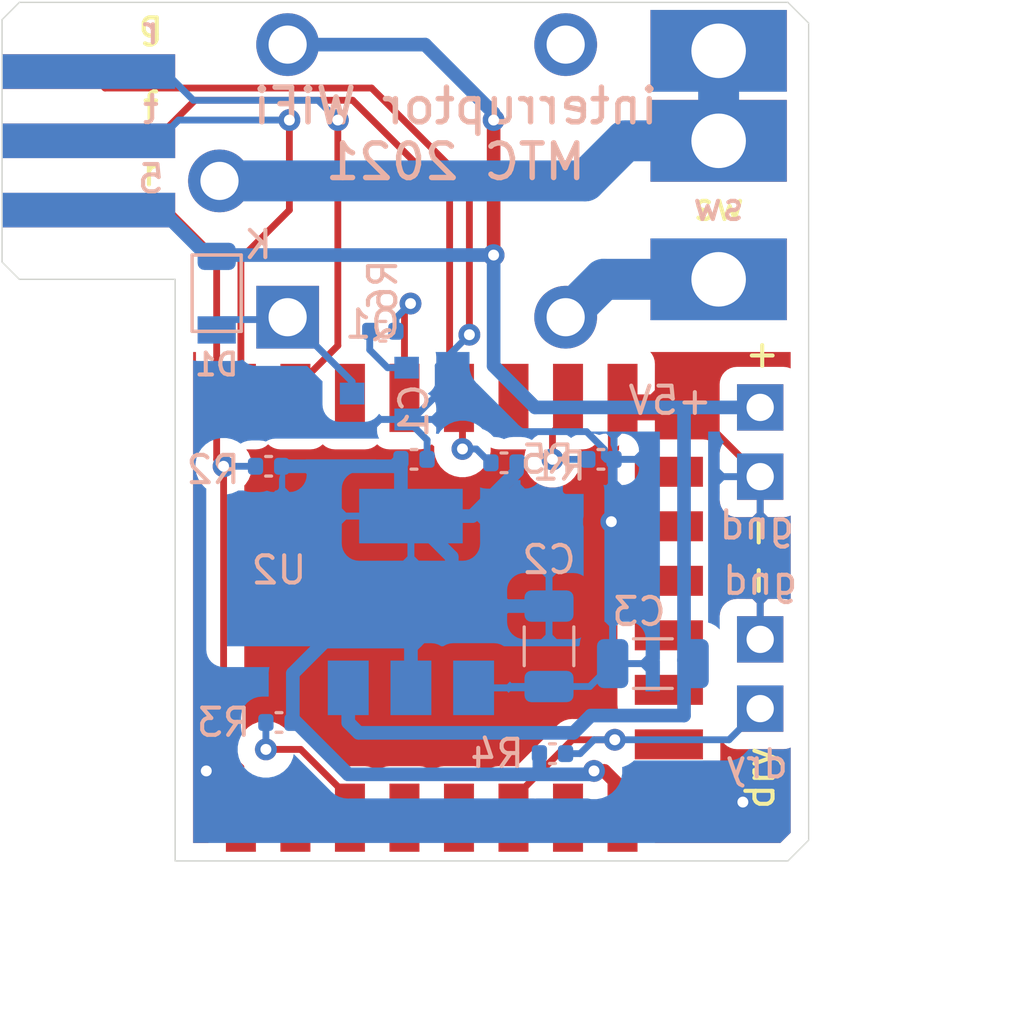
<source format=kicad_pcb>
(kicad_pcb (version 20221018) (generator pcbnew)
  (title_block (title "device_01") (date "2021-10-13") (company "MiraTuCuadra") (comment 1 "one switch device no connectors"))
  (layers (0 "F.Cu" signal) (31 "B.Cu" signal) (34 "B.Paste" user) (35 "F.Paste" user) (36 "B.SilkS" user "B.Silkscreen") (37 "F.SilkS" user "F.Silkscreen") (38 "B.Mask" user) (39 "F.Mask" user) (44 "Edge.Cuts" user))
  (net 0 "")
  (net 1 "+3V3")
  (net 2 "GND")
  (net 3 "+5V")
  (net 4 "Net-(R5-Pad1)")
  (net 5 "/rx")
  (net 6 "/tx")
  (net 7 "/flash")
  (net 8 "/rst")
  (net 9 "/c")
  (net 10 "/na1")
  (net 11 "/na2")
  (net 12 "/dry")
  (net 13 "/b")
  (net 14 "/sw1")
  (net 15 "Net-(K1-Pad4)")
  (net 16 "Net-(R3-Pad1)")
  (net 17 "Net-(U1-Pad22)")
  (net 18 "Net-(U1-Pad21)")
  (net 19 "Net-(U1-Pad20)")
  (net 20 "Net-(U1-Pad19)")
  (net 21 "Net-(U1-Pad18)")
  (net 22 "Net-(U1-Pad17)")
  (net 23 "Net-(U1-Pad14)")
  (net 24 "Net-(U1-Pad11)")
  (net 25 "Net-(U1-Pad7)")
  (net 26 "Net-(U1-Pad5)")
  (net 27 "Net-(U1-Pad4)")
  (net 28 "Net-(U1-Pad2)")
  (footprint "Library:ESP-12E_SMD" (layer "F.Cu") (at 98.933 169.164 90)
    (fp_text reference "U1" hide)
    (fp_text value "ESP-12F" hide)
    (pad "1" smd rect (at 0 0 90) (size 2.5 1.1) (drill (offset -0.7 0)) (layers "F.Cu" "F.Paste" "F.Mask") (net 8 "/rst"))
    (pad "2" smd rect (at 0 2 90) (size 2.5 1.1) (drill (offset -0.7 0)) (layers "F.Cu" "F.Paste" "F.Mask") (net 28 "Net-(U1-Pad2)"))
    (pad "3" smd rect (at 0 4 90) (size 2.5 1.1) (drill (offset -0.7 0)) (layers "F.Cu" "F.Paste" "F.Mask") (net 16 "Net-(R3-Pad1)"))
    (pad "4" smd rect (at 0 6 90) (size 2.5 1.1) (drill (offset -0.7 0)) (layers "F.Cu" "F.Paste" "F.Mask") (net 27 "Net-(U1-Pad4)"))
    (pad "5" smd rect (at 0 8 90) (size 2.5 1.1) (drill (offset -0.7 0)) (layers "F.Cu" "F.Paste" "F.Mask") (net 26 "Net-(U1-Pad5)"))
    (pad "6" smd rect (at 0 10 90) (size 2.5 1.1) (drill (offset -0.7 0)) (layers "F.Cu" "F.Paste" "F.Mask") (net 12 "/dry"))
    (pad "7" smd rect (at 0 12 90) (size 2.5 1.1) (drill (offset -0.7 0)) (layers "F.Cu" "F.Paste" "F.Mask") (net 25 "Net-(U1-Pad7)"))
    (pad "8" smd rect (at 0 14 90) (size 2.5 1.1) (drill (offset -0.7 0)) (layers "F.Cu" "F.Paste" "F.Mask") (net 1 "+3V3"))
    (pad "9" smd rect (at 14 14 90) (size 2.5 1.1) (drill (offset 0.7 0)) (layers "F.Cu" "F.Paste" "F.Mask") (net 2 "GND"))
    (pad "10" smd rect (at 14 12 90) (size 2.5 1.1) (drill (offset 0.7 0)) (layers "F.Cu" "F.Paste" "F.Mask") (net 4 "Net-(R5-Pad1)"))
    (pad "11" smd rect (at 14 10 90) (size 2.5 1.1) (drill (offset 0.7 0)) (layers "F.Cu" "F.Paste" "F.Mask") (net 24 "Net-(U1-Pad11)"))
    (pad "12" smd rect (at 14 8 90) (size 2.5 1.1) (drill (offset 0.7 0)) (layers "F.Cu" "F.Paste" "F.Mask") (net 7 "/flash"))
    (pad "13" smd rect (at 14 6 90) (size 2.5 1.1) (drill (offset 0.7 0)) (layers "F.Cu" "F.Paste" "F.Mask") (net 14 "/sw1"))
    (pad "14" smd rect (at 14 4 90) (size 2.5 1.1) (drill (offset 0.7 0)) (layers "F.Cu" "F.Paste" "F.Mask") (net 23 "Net-(U1-Pad14)"))
    (pad "15" smd rect (at 14 2 90) (size 2.5 1.1) (drill (offset 0.7 0)) (layers "F.Cu" "F.Paste" "F.Mask") (net 5 "/rx"))
    (pad "16" smd rect (at 14 0 90) (size 2.5 1.1) (drill (offset 0.7 0)) (layers "F.Cu" "F.Paste" "F.Mask") (net 6 "/tx"))
    (pad "17" smd rect (at 1.99 15 180) (size 2.5 1.1) (drill (offset -0.7 0)) (layers "F.Cu" "F.Paste" "F.Mask") (net 22 "Net-(U1-Pad17)"))
    (pad "18" smd rect (at 3.99 15 180) (size 2.5 1.1) (drill (offset -0.7 0)) (layers "F.Cu" "F.Paste" "F.Mask") (net 21 "Net-(U1-Pad18)"))
    (pad "19" smd rect (at 5.99 15 180) (size 2.5 1.1) (drill (offset -0.7 0)) (layers "F.Cu" "F.Paste" "F.Mask") (net 20 "Net-(U1-Pad19)"))
    (pad "20" smd rect (at 7.99 15 180) (size 2.5 1.1) (drill (offset -0.7 0)) (layers "F.Cu" "F.Paste" "F.Mask") (net 19 "Net-(U1-Pad20)"))
    (pad "21" smd rect (at 9.99 15 180) (size 2.5 1.1) (drill (offset -0.7 0)) (layers "F.Cu" "F.Paste" "F.Mask") (net 18 "Net-(U1-Pad21)"))
    (pad "22" smd rect (at 11.99 15 180) (size 2.5 1.1) (drill (offset -0.7 0)) (layers "F.Cu" "F.Paste" "F.Mask") (net 17 "Net-(U1-Pad22)"))
  )
  (footprint "Library:Relay_SPDT_NT78_C_S_0.6" (layer "F.Cu") (at 96.647 152.654)
    (fp_text reference "K1" hide)
    (fp_text value "G5Q-1" hide)
    (pad "1" thru_hole rect (at 4 -1.15 180) (size 2.3 2.3) (drill 1.4) (layers "*.Cu" "*.Mask") (net 9 "/c"))
    (pad "2" thru_hole circle (at 1.5 -6.15 180) (size 2.3 2.3) (drill 1.4) (layers "*.Cu" "*.Mask") (net 10 "/na1"))
    (pad "3" thru_hole circle (at 14.2 -1.15 180) (size 2.3 2.3) (drill 1.4) (layers "*.Cu" "*.Mask") (net 11 "/na2"))
    (pad "4" thru_hole circle (at 14.2 -11.15 180) (size 2.3 2.3) (drill 1.4) (layers "*.Cu" "*.Mask") (net 15 "Net-(K1-Pad4)"))
    (pad "5" thru_hole circle (at 4 -11.15 180) (size 2.3 2.3) (drill 1.4) (layers "*.Cu" "*.Mask") (net 3 "+5V"))
  )
  (footprint "Library:TerminalBlock_RND_205-00232_1x02_P5.08mm_Horizontal" (layer "F.Cu") (at 116.459 150.114 90)
    (fp_text reference "J2" hide)
    (fp_text value "sw_out")
    (pad "1" thru_hole rect (at 0 0 90) (size 3 5) (drill 2) (layers "*.Cu" "*.Mask") (net 11 "/na2"))
    (pad "2" thru_hole rect (at 5.08 0 90) (size 3 5) (drill 2) (layers "*.Cu" "*.Mask") (net 10 "/na1"))
  )
  (footprint "Library:PinHeader_1x02_P2.54mm_Vertical" (layer "F.Cu") (at 117.983 154.813)
    (fp_text reference "J4" hide)
    (fp_text value "pwr")
    (pad "1" thru_hole rect (at 0 0) (size 1.7 1.7) (drill 1) (layers "*.Cu" "*.Mask") (net 3 "+5V"))
    (pad "2" thru_hole rect (at 0 2.54) (size 1.7 1.7) (drill 1) (layers "*.Cu" "*.Mask") (net 2 "GND"))
  )
  (footprint "Library:PinHeader_1x02_P2.54mm_Vertical" (layer "F.Cu") (at 117.983 163.322)
    (fp_text reference "J5" hide)
    (fp_text value "dry")
    (pad "1" thru_hole rect (at 0 0) (size 1.7 1.7) (drill 1) (layers "*.Cu" "*.Mask") (net 2 "GND"))
    (pad "2" thru_hole rect (at 0 2.54) (size 1.7 1.7) (drill 1) (layers "*.Cu" "*.Mask") (net 12 "/dry"))
  )
  (footprint "Library:1wirehole" (layer "F.Cu") (at 116.459 141.732 90)
    (fp_text reference "J3" hide)
    (fp_text value "v2" hide)
    (pad "1" thru_hole rect (at 0 0 90) (size 3 5) (drill 2) (layers "*.Cu" "*.Mask") (net 10 "/na1"))
  )
  (footprint "Library:C_0402_1005Metric" (layer "B.Cu") (at 105.283 156.718)
    (fp_text reference "C1" (at 0 -1.778 270) (layer "B.SilkS") (effects (justify mirror)))
    (fp_text value ".1u" hide)
    (fp_line (start -0.107836 -0.36) (end 0.107836 -0.36) (stroke (width 0.12)) (layer "B.SilkS"))
    (fp_line (start -0.107836 0.36) (end 0.107836 0.36) (stroke (width 0.12)) (layer "B.SilkS"))
    (pad "1" smd roundrect (at -0.48 0) (size 0.56 0.62) (layers "B.Cu" "B.Paste" "B.Mask") (net 1 "+3V3"))
    (pad "2" smd roundrect (at 0.48 0) (size 0.56 0.62) (layers "B.Cu" "B.Paste" "B.Mask") (net 2 "GND"))
  )
  (footprint "Library:C_1206_3216Metric" (layer "B.Cu") (at 114.046 164.211)
    (fp_text reference "C3" (at -0.508 -1.905) (layer "B.SilkS") (effects (justify mirror)))
    (fp_text value "10u" hide)
    (fp_line (start -0.711252 -0.91) (end 0.711252 -0.91) (stroke (width 0.12)) (layer "B.SilkS"))
    (fp_line (start -0.711252 0.91) (end 0.711252 0.91) (stroke (width 0.12)) (layer "B.SilkS"))
    (pad "1" smd roundrect (at -1.475 0) (size 1.15 1.8) (layers "B.Cu" "B.Paste" "B.Mask") (roundrect_rratio 0.2173904348) (net 2 "GND"))
    (pad "2" smd roundrect (at 1.475 0) (size 1.15 1.8) (layers "B.Cu" "B.Paste" "B.Mask") (roundrect_rratio 0.2173904348) (net 3 "+5V"))
  )
  (footprint "Library:C_1206_3216Metric" (layer "B.Cu") (at 110.236 163.576 90)
    (fp_text reference "C2" (at 3.175 0 180) (layer "B.SilkS") (effects (justify mirror)))
    (fp_text value "10u" hide)
    (fp_line (start -0.711252 -0.91) (end 0.711252 -0.91) (stroke (width 0.12)) (layer "B.SilkS"))
    (fp_line (start -0.711252 0.91) (end 0.711252 0.91) (stroke (width 0.12)) (layer "B.SilkS"))
    (pad "1" smd roundrect (at -1.475 0 90) (size 1.15 1.8) (layers "B.Cu" "B.Paste" "B.Mask") (roundrect_rratio 0.2173904348) (net 2 "GND"))
    (pad "2" smd roundrect (at 1.475 0 90) (size 1.15 1.8) (layers "B.Cu" "B.Paste" "B.Mask") (roundrect_rratio 0.2173904348) (net 1 "+3V3"))
  )
  (footprint "Library:SM4007PL" (layer "B.Cu") (at 98.044 150.622 -90)
    (fp_text reference "D1" (at 2.62 0) (layer "B.SilkS") (effects (font (size 0.800874 0.800874)) (justify mirror)))
    (fp_text value "SM4007PL" hide)
    (fp_text user "K" (at -1.778 -1.524 180) (layer "B.SilkS") (effects (justify mirror)))
    (fp_line (start -1.4 -0.9) (end -1.4 0.9) (stroke (width 0.127)) (layer "B.SilkS"))
    (fp_line (start -1.4 0.9) (end 1.4 0.9) (stroke (width 0.127)) (layer "B.SilkS"))
    (fp_line (start 1.4 -0.9) (end -1.4 -0.9) (stroke (width 0.127)) (layer "B.SilkS"))
    (fp_line (start 1.4 0.9) (end 1.4 -0.9) (stroke (width 0.127)) (layer "B.SilkS"))
    (pad "1" smd roundrect (at -1.35 0 270) (size 1 1.4) (layers "B.Cu" "B.Paste" "B.Mask") (net 3 "+5V"))
    (pad "2" smd rect (at 1.35 0 270) (size 1 1.4) (layers "B.Cu" "B.Paste" "B.Mask") (net 9 "/c"))
  )
  (footprint "Library:edge6" (layer "B.Cu") (at 93.98 145.034 -90)
    (fp_text reference "J1" hide)
    (fp_text value "edge" hide)
    (pad "1" smd rect (at -2.54 0.635 270) (size 1.27 6.35) (layers "B.Cu" "B.Paste" "B.Mask") (net 5 "/rx"))
    (pad "2" smd rect (at 0 0.635 270) (size 1.27 6.35) (layers "B.Cu" "B.Paste" "B.Mask") (net 6 "/tx"))
    (pad "3" smd rect (at 2.54 0.635 270) (size 1.27 6.35) (layers "B.Cu" "B.Paste" "B.Mask") (net 3 "+5V"))
    (pad "4" smd rect (at -2.54 0.635 270) (size 1.27 6.35) (layers "F.Cu" "F.Paste" "F.Mask") (net 2 "GND"))
    (pad "5" smd rect (at 0 0.635 270) (size 1.27 6.35) (layers "F.Cu" "F.Paste" "F.Mask") (net 7 "/flash"))
    (pad "6" smd rect (at 2.54 0.635 270) (size 1.27 6.35) (layers "F.Cu" "F.Paste" "F.Mask") (net 8 "/rst"))
  )
  (footprint "Library:SOT-23" (layer "B.Cu") (at 104.013 154.305 180)
    (fp_text reference "Q1" (at 0.254 2.54 180) (layer "B.SilkS") (effects (justify mirror)))
    (fp_text value "BC847" hide)
    (pad "1" smd rect (at -1 0.95 180) (size 0.9 0.8) (layers "B.Cu" "B.Paste" "B.Mask") (net 13 "/b"))
    (pad "2" smd rect (at -1 -0.95 180) (size 0.9 0.8) (layers "B.Cu" "B.Paste" "B.Mask") (net 2 "GND"))
    (pad "3" smd rect (at 1 0 180) (size 0.9 0.8) (layers "B.Cu" "B.Paste" "B.Mask") (net 9 "/c"))
  )
  (footprint "Library:C_0402_1005Metric" (layer "B.Cu") (at 99.949 156.972)
    (fp_text reference "R2" (at -2.032 0.127) (layer "B.SilkS") (effects (justify mirror)))
    (fp_text value "10k" hide)
    (fp_line (start -0.107836 -0.36) (end 0.107836 -0.36) (stroke (width 0.12)) (layer "B.SilkS"))
    (fp_line (start -0.107836 0.36) (end 0.107836 0.36) (stroke (width 0.12)) (layer "B.SilkS"))
    (pad "1" smd roundrect (at -0.48 0) (size 0.56 0.62) (layers "B.Cu" "B.Paste" "B.Mask") (net 8 "/rst"))
    (pad "2" smd roundrect (at 0.48 0) (size 0.56 0.62) (layers "B.Cu" "B.Paste" "B.Mask") (net 1 "+3V3"))
  )
  (footprint "Library:C_0402_1005Metric" (layer "B.Cu") (at 100.33 166.37)
    (fp_text reference "R3" (at -2.032 0) (layer "B.SilkS") (effects (justify mirror)))
    (fp_text value "10k" hide)
    (fp_line (start -0.107836 -0.36) (end 0.107836 -0.36) (stroke (width 0.12)) (layer "B.SilkS"))
    (fp_line (start -0.107836 0.36) (end 0.107836 0.36) (stroke (width 0.12)) (layer "B.SilkS"))
    (pad "1" smd roundrect (at -0.48 0) (size 0.56 0.62) (layers "B.Cu" "B.Paste" "B.Mask") (net 16 "Net-(R3-Pad1)"))
    (pad "2" smd roundrect (at 0.48 0) (size 0.56 0.62) (layers "B.Cu" "B.Paste" "B.Mask") (net 1 "+3V3"))
  )
  (footprint "Library:C_0402_1005Metric" (layer "B.Cu") (at 110.363 167.513)
    (fp_text reference "R4" (at -2.032 0) (layer "B.SilkS") (effects (justify mirror)))
    (fp_text value "10k" hide)
    (fp_line (start -0.107836 -0.36) (end 0.107836 -0.36) (stroke (width 0.12)) (layer "B.SilkS"))
    (fp_line (start -0.107836 0.36) (end 0.107836 0.36) (stroke (width 0.12)) (layer "B.SilkS"))
    (pad "1" smd roundrect (at -0.48 0) (size 0.56 0.62) (layers "B.Cu" "B.Paste" "B.Mask") (net 1 "+3V3"))
    (pad "2" smd roundrect (at 0.48 0) (size 0.56 0.62) (layers "B.Cu" "B.Paste" "B.Mask") (net 12 "/dry"))
  )
  (footprint "Library:C_0402_1005Metric" (layer "B.Cu") (at 112.141 156.718)
    (fp_text reference "R5" (at -1.969 0) (layer "B.SilkS") (effects (justify mirror)))
    (fp_text value "10k" hide)
    (fp_line (start -0.107836 -0.36) (end 0.107836 -0.36) (stroke (width 0.12)) (layer "B.SilkS"))
    (fp_line (start -0.107836 0.36) (end 0.107836 0.36) (stroke (width 0.12)) (layer "B.SilkS"))
    (pad "1" smd roundrect (at -0.48 0) (size 0.56 0.62) (layers "B.Cu" "B.Paste" "B.Mask") (net 4 "Net-(R5-Pad1)"))
    (pad "2" smd roundrect (at 0.48 0) (size 0.56 0.62) (layers "B.Cu" "B.Paste" "B.Mask") (net 2 "GND"))
  )
  (footprint "Library:C_0402_1005Metric" (layer "B.Cu") (at 108.585 156.845 180)
    (fp_text reference "R1" (at -2.032 -0.127) (layer "B.SilkS") (effects (justify mirror)))
    (fp_text value "10k" hide)
    (fp_line (start -0.107836 -0.36) (end 0.107836 -0.36) (stroke (width 0.12)) (layer "B.SilkS"))
    (fp_line (start -0.107836 0.36) (end 0.107836 0.36) (stroke (width 0.12)) (layer "B.SilkS"))
    (pad "1" smd roundrect (at -0.48 0 180) (size 0.56 0.62) (layers "B.Cu" "B.Paste" "B.Mask") (net 1 "+3V3"))
    (pad "2" smd roundrect (at 0.48 0 180) (size 0.56 0.62) (layers "B.Cu" "B.Paste" "B.Mask") (net 7 "/flash"))
  )
  (footprint "Library:SOT-223-3_TabPin2" (layer "B.Cu") (at 105.17 161.95 90)
    (fp_text reference "U2" (at 1.168 -4.84) (layer "B.SilkS") (effects (justify mirror)))
    (fp_text value "AP1117-33" hide)
    (pad "1" smd rect (at -3.15 2.3 90) (size 2 1.5) (layers "B.Cu" "B.Paste" "B.Mask") (net 2 "GND"))
    (pad "2" smd rect (at -3.15 0 90) (size 2 1.5) (layers "B.Cu" "B.Paste" "B.Mask") (net 1 "+3V3"))
    (pad "2" smd rect (at 3.15 0 90) (size 2 3.8) (layers "B.Cu" "B.Paste" "B.Mask") (net 1 "+3V3"))
    (pad "3" smd rect (at -3.15 -2.3 90) (size 2 1.5) (layers "B.Cu" "B.Paste" "B.Mask") (net 3 "+5V"))
  )
  (footprint "Library:C_0402_1005Metric" (layer "B.Cu") (at 104.14 152.019 180)
    (fp_text reference "R6" (at 0 1.651 270) (layer "B.SilkS") (effects (justify mirror)))
    (fp_text value "1k" hide)
    (fp_line (start -0.107836 -0.36) (end 0.107836 -0.36) (stroke (width 0.12)) (layer "B.SilkS"))
    (fp_line (start -0.107836 0.36) (end 0.107836 0.36) (stroke (width 0.12)) (layer "B.SilkS"))
    (pad "1" smd roundrect (at -0.48 0 180) (size 0.56 0.62) (layers "B.Cu" "B.Paste" "B.Mask") (net 14 "/sw1"))
    (pad "2" smd roundrect (at 0.48 0 180) (size 0.56 0.62) (layers "B.Cu" "B.Paste" "B.Mask") (net 13 "/b"))
  )
  (gr_line (start 90.805 139.954) (end 90.17 140.589) (stroke (width 0.05)) (layer "Edge.Cuts"))
  (gr_line (start 118.999 171.45) (end 119.761 170.688) (stroke (width 0.05)) (layer "Edge.Cuts"))
  (gr_line (start 90.17 140.589) (end 90.17 149.479) (stroke (width 0.05)) (layer "Edge.Cuts"))
  (gr_line (start 119.761 170.688) (end 119.761 140.716) (stroke (width 0.05)) (layer "Edge.Cuts"))
  (gr_line (start 90.17 149.479) (end 90.805 150.114) (stroke (width 0.05)) (layer "Edge.Cuts"))
  (gr_line (start 118.999 139.954) (end 119.761 140.716) (stroke (width 0.05)) (layer "Edge.Cuts"))
  (gr_line (start 118.999 171.45) (end 96.52 171.45) (stroke (width 0.05)) (layer "Edge.Cuts"))
  (gr_line (start 96.52 150.114) (end 96.52 171.45) (stroke (width 0.05)) (layer "Edge.Cuts"))
  (gr_line (start 90.805 150.114) (end 96.52 150.114) (stroke (width 0.05)) (layer "Edge.Cuts"))
  (gr_line (start 90.805 139.954) (end 118.999 139.954) (stroke (width 0.05)) (layer "Edge.Cuts"))
  (gr_text "gnd" (at 117.856 159.131) (layer "B.SilkS") (effects (font (size 1 1)) (justify mirror)))
  (gr_text "dry" (at 117.856 167.894) (layer "B.SilkS") (effects (font (size 1 1)) (justify mirror)))
  (gr_text "gnd" (at 117.983 161.163) (layer "B.SilkS") (effects (font (size 1 1)) (justify mirror)))
  (gr_text "t" (at 95.631 143.891) (layer "B.SilkS") (effects (font (size 1 1)) (justify mirror)))
  (gr_text "sw" (at 116.459 147.447) (layer "B.SilkS") (effects (font (size 1 1)) (justify mirror)))
  (gr_text "+5V" (at 114.681 154.559) (layer "B.SilkS") (effects (font (size 1 1)) (justify mirror)))
  (gr_text "r" (at 95.631 140.97) (layer "B.SilkS") (effects (font (size 1 1)) (justify mirror)))
  (gr_text "interruptor WiFi\nMTC 2021" (at 106.807 144.78) (layer "B.SilkS") (effects (font (size 1.27 1.27) (thickness 0.2)) (justify mirror)))
  (gr_text "5" (at 95.631 146.431) (layer "B.SilkS") (effects (font (size 1 1)) (justify mirror)))
  (gr_text "-" (at 117.856 161.163 90) (layer "F.SilkS") (effects (font (size 1 1))))
  (gr_text "-" (at 117.856 159.385 90) (layer "F.SilkS") (effects (font (size 1 1))))
  (gr_text "g" (at 95.631 140.716) (layer "F.SilkS") (effects (font (size 1 1))))
  (gr_text "sw" (at 116.459 147.447) (layer "F.SilkS") (effects (font (size 1 1))))
  (gr_text "r" (at 95.631 146.177) (layer "F.SilkS") (effects (font (size 1 1))))
  (gr_text "dry" (at 117.983 168.402 90) (layer "F.SilkS") (effects (font (size 1 1))))
  (gr_text "f" (at 95.631 143.764) (layer "F.SilkS") (effects (font (size 1 1))))
  (gr_text "+" (at 117.983 152.908 90) (layer "F.SilkS") (effects (font (size 1 1))))
  (segment (start 112.268 168.148) (end 111.887 168.148) (width 0.5) (layer "F.Cu") (net 1))
  (segment (start 112.933 168.813) (end 112.268 168.148) (width 0.5) (layer "F.Cu") (net 1))
  (segment (start 112.933 169.164) (end 112.933 168.813) (width 0.5) (layer "F.Cu") (net 1))
  (via (at 111.887 168.148) (size 0.8) (drill 0.4) (layers "F.Cu" "B.Cu") (net 1))
  (segment (start 109.883 168.12) (end 109.72999 168.27301) (width 0.5) (layer "B.Cu") (net 1))
  (segment (start 102.005498 163.4045) (end 105.3655 163.4045) (width 0.5) (layer "B.Cu") (net 1))
  (segment (start 106.669 160.299) (end 105.17 158.8) (width 0.5) (layer "B.Cu") (net 1))
  (segment (start 105.3655 163.4045) (end 105.17 163.6) (width 0.5) (layer "B.Cu") (net 1))
  (segment (start 111.887 168.148) (end 111.76199 168.27301) (width 0.5) (layer "B.Cu") (net 1))
  (segment (start 104.803 158.433) (end 105.17 158.8) (width 0.5) (layer "B.Cu") (net 1))
  (segment (start 102.86801 168.27301) (end 100.838 166.243) (width 0.5) (layer "B.Cu") (net 1))
  (segment (start 109.883 167.513) (end 109.883 168.12) (width 0.5) (layer "B.Cu") (net 1))
  (segment (start 104.549 156.972) (end 104.803 156.718) (width 0.5) (layer "B.Cu") (net 1))
  (segment (start 104.803 156.718) (end 104.803 158.433) (width 0.5) (layer "B.Cu") (net 1))
  (segment (start 105.17 163.6) (end 105.17 165.1) (width 0.5) (layer "B.Cu") (net 1))
  (segment (start 100.838 166.243) (end 100.838 164.571998) (width 0.5) (layer "B.Cu") (net 1))
  (segment (start 111.76199 168.27301) (end 109.72999 168.27301) (width 0.5) (layer "B.Cu") (net 1))
  (segment (start 109.72999 168.27301) (end 102.86801 168.27301) (width 0.5) (layer "B.Cu") (net 1))
  (segment (start 106.669 162.101) (end 106.669 160.299) (width 0.5) (layer "B.Cu") (net 1))
  (segment (start 110.236 162.101) (end 106.669 162.101) (width 0.5) (layer "B.Cu") (net 1))
  (segment (start 104.93 158.56) (end 105.17 158.8) (width 0.5) (layer "B.Cu") (net 1))
  (segment (start 109.065 157.155) (end 107.42 158.8) (width 0.5) (layer "B.Cu") (net 1))
  (segment (start 100.838 164.571998) (end 102.005498 163.4045) (width 0.5) (layer "B.Cu") (net 1))
  (segment (start 100.429 156.972) (end 104.549 156.972) (width 0.5) (layer "B.Cu") (net 1))
  (segment (start 107.42 158.8) (end 105.17 158.8) (width 0.5) (layer "B.Cu") (net 1))
  (segment (start 106.669 162.101) (end 105.3655 163.4045) (width 0.5) (layer "B.Cu") (net 1))
  (segment (start 109.065 156.845) (end 109.065 157.155) (width 0.5) (layer "B.Cu") (net 1))
  (segment (start 93.947988 143.096988) (end 103.726988 143.096988) (width 0.25) (layer "F.Cu") (net 2))
  (segment (start 93.345 142.494) (end 93.947988 143.096988) (width 0.25) (layer "F.Cu") (net 2))
  (segment (start 112.522004 155.574996) (end 112.522004 158.438315) (width 0.25) (layer "F.Cu") (net 2))
  (segment (start 117.983 157.353) (end 117.983 163.322) (width 0.25) (layer "F.Cu") (net 2))
  (segment (start 107.315 146.685) (end 107.315 152.146) (width 0.25) (layer "F.Cu") (net 2))
  (segment (start 117.983 157.353) (end 115.794 155.164) (width 0.25) (layer "F.Cu") (net 2))
  (segment (start 112.933 155.164) (end 112.522004 155.574996) (width 0.25) (layer "F.Cu") (net 2))
  (segment (start 103.726988 143.096988) (end 107.315 146.685) (width 0.25) (layer "F.Cu") (net 2))
  (segment (start 115.794 155.164) (end 112.933 155.164) (width 0.25) (layer "F.Cu") (net 2))
  (segment (start 112.522004 158.438315) (end 112.522004 159.004) (width 0.25) (layer "F.Cu") (net 2))
  (via (at 107.315 152.146) (size 0.8) (drill 0.4) (layers "F.Cu" "B.Cu") (net 2))
  (via (at 97.663 168.148) (size 0.8) (drill 0.4) (layers "F.Cu" "B.Cu") (net 2))
  (via (at 117.348 169.291) (size 0.8) (drill 0.4) (layers "F.Cu" "B.Cu") (net 2))
  (via (at 112.522004 159.004) (size 0.8) (drill 0.4) (layers "F.Cu" "B.Cu") (net 2))
  (segment (start 105.763 156.005) (end 105.763 156.718) (width 0.25) (layer "B.Cu") (net 2))
  (segment (start 112.494 158.975996) (end 112.522004 159.004) (width 0.25) (layer "B.Cu") (net 2))
  (segment (start 110.187 165.1) (end 110.236 165.051) (width 0.25) (layer "B.Cu") (net 2))
  (segment (start 105.156 155.321) (end 106.172 154.305) (width 0.25) (layer "B.Cu") (net 2))
  (segment (start 112.522004 159.004) (end 112.522004 156.816996) (width 0.25) (layer "B.Cu") (net 2))
  (segment (start 110.236 165.051) (end 111.731 165.051) (width 0.25) (layer "B.Cu") (net 2))
  (segment (start 112.341 156.718) (end 112.26601 156.64301) (width 0.25) (layer "B.Cu") (net 2))
  (segment (start 108.204 155.702) (end 106.807 154.305) (width 0.25) (layer "B.Cu") (net 2))
  (segment (start 112.571 164.211) (end 112.571 159.052996) (width 0.25) (layer "B.Cu") (net 2))
  (segment (start 105.013 155.255) (end 105.763 156.005) (width 0.25) (layer "B.Cu") (net 2))
  (segment (start 111.731 165.051) (end 112.571 164.211) (width 0.25) (layer "B.Cu") (net 2))
  (segment (start 107.47 165.1) (end 110.187 165.1) (width 0.25) (layer "B.Cu") (net 2))
  (segment (start 105.029 155.321) (end 105.156 155.321) (width 0.25) (layer "B.Cu") (net 2))
  (segment (start 112.522004 156.816996) (end 112.621 156.718) (width 0.25) (layer "B.Cu") (net 2))
  (segment (start 112.571 159.052996) (end 112.522004 159.004) (width 0.25) (layer "B.Cu") (net 2))
  (segment (start 106.807 154.305) (end 106.172 154.305) (width 0.25) (layer "B.Cu") (net 2))
  (segment (start 106.172 153.289) (end 107.315 152.146) (width 0.25) (layer "B.Cu") (net 2))
  (segment (start 112.26601 156.355384) (end 111.612626 155.702) (width 0.25) (layer "B.Cu") (net 2))
  (segment (start 112.26601 156.64301) (end 112.26601 156.355384) (width 0.25) (layer "B.Cu") (net 2))
  (segment (start 112.621 156.718) (end 112.341 156.718) (width 0.25) (layer "B.Cu") (net 2))
  (segment (start 111.612626 155.702) (end 108.204 155.702) (width 0.25) (layer "B.Cu") (net 2))
  (segment (start 106.172 154.305) (end 106.172 153.289) (width 0.25) (layer "B.Cu") (net 2))
  (segment (start 108.204 144.272) (end 108.204 149.225) (width 0.5) (layer "F.Cu") (net 3))
  (via (at 108.204 144.272) (size 0.8) (drill 0.4) (layers "F.Cu" "B.Cu") (net 3))
  (via (at 108.204 149.225) (size 0.8) (drill 0.4) (layers "F.Cu" "B.Cu") (net 3))
  (segment (start 98.044 149.098) (end 98.171 149.225) (width 0.5) (layer "B.Cu") (net 3))
  (segment (start 108.203994 149.225) (end 108.203994 149.224994) (width 0.5) (layer "B.Cu") (net 3))
  (segment (start 105.69 141.504) (end 108.204 144.018) (width 0.5) (layer "B.Cu") (net 3))
  (segment (start 111.771998 166.116) (end 115.189 166.116) (width 0.5) (layer "B.Cu") (net 3))
  (segment (start 97.536 149.098) (end 98.044 149.098) (width 0.5) (layer "B.Cu") (net 3))
  (segment (start 111.136998 166.751) (end 111.771998 166.116) (width 0.5) (layer "B.Cu") (net 3))
  (segment (start 115.189 166.116) (end 115.189 164.084) (width 0.5) (layer "B.Cu") (net 3))
  (segment (start 109.728 154.813) (end 108.204 153.289) (width 0.5) (layer "B.Cu") (net 3))
  (segment (start 115.316 164.211) (end 115.189 164.084) (width 0.5) (layer "B.Cu") (net 3))
  (segment (start 102.87 166.37) (end 103.251 166.751) (width 0.5) (layer "B.Cu") (net 3))
  (segment (start 103.251 166.751) (end 111.136998 166.751) (width 0.5) (layer "B.Cu") (net 3))
  (segment (start 108.204 144.018) (end 108.204 144.272) (width 0.5) (layer "B.Cu") (net 3))
  (segment (start 100.647 141.504) (end 105.69 141.504) (width 0.5) (layer "B.Cu") (net 3))
  (segment (start 96.012 147.574) (end 97.536 149.098) (width 0.5) (layer "B.Cu") (net 3))
  (segment (start 117.983 154.813) (end 109.728 154.813) (width 0.5) (layer "B.Cu") (net 3))
  (segment (start 108.203994 149.224994) (end 108.204 149.225) (width 0.5) (layer "B.Cu") (net 3))
  (segment (start 93.345 147.574) (end 96.012 147.574) (width 0.5) (layer "B.Cu") (net 3))
  (segment (start 102.87 165.1) (end 102.87 166.37) (width 0.5) (layer "B.Cu") (net 3))
  (segment (start 115.189 164.084) (end 115.189 154.94) (width 0.5) (layer "B.Cu") (net 3))
  (segment (start 115.521 164.211) (end 115.316 164.211) (width 0.5) (layer "B.Cu") (net 3))
  (segment (start 115.189 154.94) (end 115.316 154.813) (width 0.5) (layer "B.Cu") (net 3))
  (segment (start 108.204 153.289) (end 108.204 149.225) (width 0.5) (layer "B.Cu") (net 3))
  (segment (start 98.171 149.225) (end 108.203994 149.225) (width 0.5) (layer "B.Cu") (net 3))
  (segment (start 110.933 155.164) (end 110.363 155.734) (width 0.25) (layer "F.Cu") (net 4))
  (segment (start 110.363 155.734) (end 110.363 156.718) (width 0.25) (layer "F.Cu") (net 4))
  (via (at 110.363 156.718) (size 0.8) (drill 0.4) (layers "F.Cu" "B.Cu") (net 4))
  (segment (start 111.633 156.718) (end 110.363 156.718) (width 0.25) (layer "B.Cu") (net 4))
  (segment (start 100.933 154.103002) (end 102.489 152.547002) (width 0.25) (layer "F.Cu") (net 5))
  (segment (start 102.489 152.547002) (end 102.489 144.272) (width 0.25) (layer "F.Cu") (net 5))
  (segment (start 100.933 155.164) (end 100.933 154.103002) (width 0.25) (layer "F.Cu") (net 5))
  (segment (start 100.965 155.132) (end 100.933 155.164) (width 0.25) (layer "F.Cu") (net 5))
  (via (at 102.489 144.272) (size 0.8) (drill 0.4) (layers "F.Cu" "B.Cu") (net 5))
  (segment (start 93.345 142.494) (end 96.139 142.494) (width 0.25) (layer "B.Cu") (net 5))
  (segment (start 97.191999 143.546999) (end 101.763999 143.546999) (width 0.25) (layer "B.Cu") (net 5))
  (segment (start 101.763999 143.546999) (end 102.489 144.272) (width 0.25) (layer "B.Cu") (net 5))
  (segment (start 96.139 142.494) (end 97.191999 143.546999) (width 0.25) (layer "B.Cu") (net 5))
  (segment (start 100.711 147.574) (end 100.711 144.272) (width 0.25) (layer "F.Cu") (net 6))
  (segment (start 98.933 149.352) (end 100.711 147.574) (width 0.25) (layer "F.Cu") (net 6))
  (segment (start 98.933 155.164) (end 98.933 149.352) (width 0.25) (layer "F.Cu") (net 6))
  (via (at 100.711 144.272) (size 0.8) (drill 0.4) (layers "F.Cu" "B.Cu") (net 6))
  (segment (start 93.345 145.034) (end 95.885 145.034) (width 0.25) (layer "B.Cu") (net 6))
  (segment (start 96.647 144.272) (end 100.711 144.272) (width 0.25) (layer "B.Cu") (net 6))
  (segment (start 93.345 145.034) (end 93.853 144.526) (width 0.25) (layer "B.Cu") (net 6))
  (segment (start 95.885 145.034) (end 96.647 144.272) (width 0.25) (layer "B.Cu") (net 6))
  (segment (start 93.345 145.034) (end 95.758 145.034) (width 0.25) (layer "F.Cu") (net 7))
  (segment (start 97.245001 143.546999) (end 103.033999 143.546999) (width 0.25) (layer "F.Cu") (net 7))
  (segment (start 106.589998 154.820998) (end 106.933 155.164) (width 0.25) (layer "F.Cu") (net 7))
  (segment (start 107.061 155.292) (end 106.933 155.164) (width 0.25) (layer "F.Cu") (net 7))
  (segment (start 106.589998 147.102998) (end 106.589998 154.820998) (width 0.25) (layer "F.Cu") (net 7))
  (segment (start 95.758 145.034) (end 97.245001 143.546999) (width 0.25) (layer "F.Cu") (net 7))
  (segment (start 107.061 156.337) (end 107.061 155.292) (width 0.25) (layer "F.Cu") (net 7))
  (segment (start 103.033999 143.546999) (end 106.589998 147.102998) (width 0.25) (layer "F.Cu") (net 7))
  (via (at 107.061 156.337) (size 0.8) (drill 0.4) (layers "F.Cu" "B.Cu") (net 7))
  (segment (start 108.077 156.845) (end 107.569 156.337) (width 0.25) (layer "B.Cu") (net 7))
  (segment (start 107.569 156.337) (end 107.061 156.337) (width 0.25) (layer "B.Cu") (net 7))
  (segment (start 93.345 147.574) (end 96.266 147.574) (width 0.25) (layer "F.Cu") (net 8))
  (segment (start 98.933 169.164) (end 98.933 168.021) (width 0.25) (layer "F.Cu") (net 8))
  (segment (start 98.044 156.718004) (end 98.297996 156.972) (width 0.25) (layer "F.Cu") (net 8))
  (segment (start 96.266 147.574) (end 98.044 149.352) (width 0.25) (layer "F.Cu") (net 8))
  (segment (start 98.933 168.021) (end 98.298 167.386) (width 0.25) (layer "F.Cu") (net 8))
  (segment (start 98.044 149.352) (end 98.044 156.718004) (width 0.25) (layer "F.Cu") (net 8))
  (segment (start 98.298 156.972004) (end 98.297996 156.972) (width 0.25) (layer "F.Cu") (net 8))
  (segment (start 98.298 167.386) (end 98.298 156.972004) (width 0.25) (layer "F.Cu") (net 8))
  (via (at 98.297996 156.972) (size 0.8) (drill 0.4) (layers "F.Cu" "B.Cu") (net 8))
  (segment (start 99.469 156.972) (end 98.297996 156.972) (width 0.25) (layer "B.Cu") (net 8))
  (segment (start 103.013 154.305) (end 103.013 153.87) (width 0.25) (layer "B.Cu") (net 9))
  (segment (start 103.013 153.87) (end 100.647 151.504) (width 0.25) (layer "B.Cu") (net 9))
  (segment (start 98.044 151.591) (end 100.56 151.591) (width 0.25) (layer "B.Cu") (net 9))
  (segment (start 100.56 151.591) (end 100.647 151.504) (width 0.25) (layer "B.Cu") (net 9))
  (segment (start 116.459 145.034) (end 116.459 141.732) (width 1.5) (layer "B.Cu") (net 10))
  (segment (start 111.56 146.504) (end 113.03 145.034) (width 1.5) (layer "B.Cu") (net 10))
  (segment (start 98.147 146.504) (end 111.56 146.504) (width 1.5) (layer "B.Cu") (net 10))
  (segment (start 113.03 145.034) (end 115.795998 145.034) (width 1.5) (layer "B.Cu") (net 10))
  (segment (start 115.795998 145.034) (end 116.317999 144.511999) (width 1.5) (layer "B.Cu") (net 10))
  (segment (start 116.459 150.114) (end 112.237 150.114) (width 1.5) (layer "B.Cu") (net 11))
  (segment (start 116.332 149.987) (end 116.459 150.114) (width 1.5) (layer "B.Cu") (net 11))
  (segment (start 112.237 150.114) (end 110.847 151.504) (width 1.5) (layer "B.Cu") (net 11))
  (segment (start 108.933 169.164) (end 111.092 167.005) (width 0.25) (layer "F.Cu") (net 12))
  (segment (start 111.092 167.005) (end 112.649 167.005) (width 0.25) (layer "F.Cu") (net 12))
  (via (at 112.649 167.005) (size 0.8) (drill 0.4) (layers "F.Cu" "B.Cu") (net 12))
  (segment (start 111.379 167.513) (end 111.887 167.005) (width 0.25) (layer "B.Cu") (net 12))
  (segment (start 117.983 165.862) (end 116.84 167.005) (width 0.25) (layer "B.Cu") (net 12))
  (segment (start 110.871 167.513) (end 111.379 167.513) (width 0.25) (layer "B.Cu") (net 12))
  (segment (start 116.84 167.005) (end 112.649 167.005) (width 0.25) (layer "B.Cu") (net 12))
  (segment (start 111.887 167.005) (end 112.649 167.005) (width 0.25) (layer "B.Cu") (net 12))
  (segment (start 105.013 153.355) (end 104.313 153.355) (width 0.25) (layer "B.Cu") (net 13))
  (segment (start 103.66 152.702) (end 103.66 152.019) (width 0.25) (layer "B.Cu") (net 13))
  (segment (start 104.313 153.355) (end 103.66 152.702) (width 0.25) (layer "B.Cu") (net 13))
  (segment (start 104.933 155.164) (end 104.933 151.226) (width 0.25) (layer "F.Cu") (net 14))
  (segment (start 104.933 151.226) (end 105.156 151.003) (width 0.25) (layer "F.Cu") (net 14))
  (via (at 105.156 151.003) (size 0.8) (drill 0.4) (layers "F.Cu" "B.Cu") (net 14))
  (segment (start 104.62 152.019) (end 104.62 151.539) (width 0.25) (layer "B.Cu") (net 14))
  (segment (start 104.62 151.539) (end 105.156 151.003) (width 0.25) (layer "B.Cu") (net 14))
  (segment (start 102.933 169.164) (end 101.127 167.358) (width 0.25) (layer "F.Cu") (net 16))
  (segment (start 101.127 167.358) (end 99.85 167.358) (width 0.25) (layer "F.Cu") (net 16))
  (via (at 99.85 167.358) (size 0.8) (drill 0.4) (layers "F.Cu" "B.Cu") (net 16))
  (segment (start 99.85 166.37) (end 99.85 167.358) (width 0.25) (layer "B.Cu") (net 16))
  (zone (net 2) (net_name "GND") (layer "F.Cu") (priority 1) (connect_pads (clearance 0.508)) (min_thickness 0.254) (fill yes (thermal_gap 0.508) (thermal_bridge_width 0.508))
    (polygon (pts (xy 119.761 152.654) (xy 119.761 170.688) (xy 118.999 171.45) (xy 96.52 171.45) (xy 96.647 152.654)))
  )
  (zone (net 1) (net_name "+3V3") (layer "B.Cu") (priority 2) (connect_pads (clearance 0.508)) (min_thickness 0.254) (fill yes (thermal_gap 0.508) (thermal_bridge_width 0.508))
    (polygon (pts (xy 105.156 157.353) (xy 110.871 157.353) (xy 110.871 157.861) (xy 111.633 157.861) (xy 111.633 163.449) (xy 111.379 163.703) (xy 98.298 163.703) (xy 98.298 157.734) (xy 100.203 157.734) (xy 100.203 156.591) (xy 105.156 156.591)))
  )
  (zone (net 2) (net_name "GND") (layer "B.Cu") (priority 1) (connect_pads (clearance 0.508)) (min_thickness 0.254) (fill yes (thermal_gap 0.508) (thermal_bridge_width 0.508))
    (polygon (pts (xy 96.52 152.654) (xy 119.761 152.654) (xy 119.761 170.688) (xy 118.999 171.45) (xy 96.52 171.45)))
  )
)
</source>
